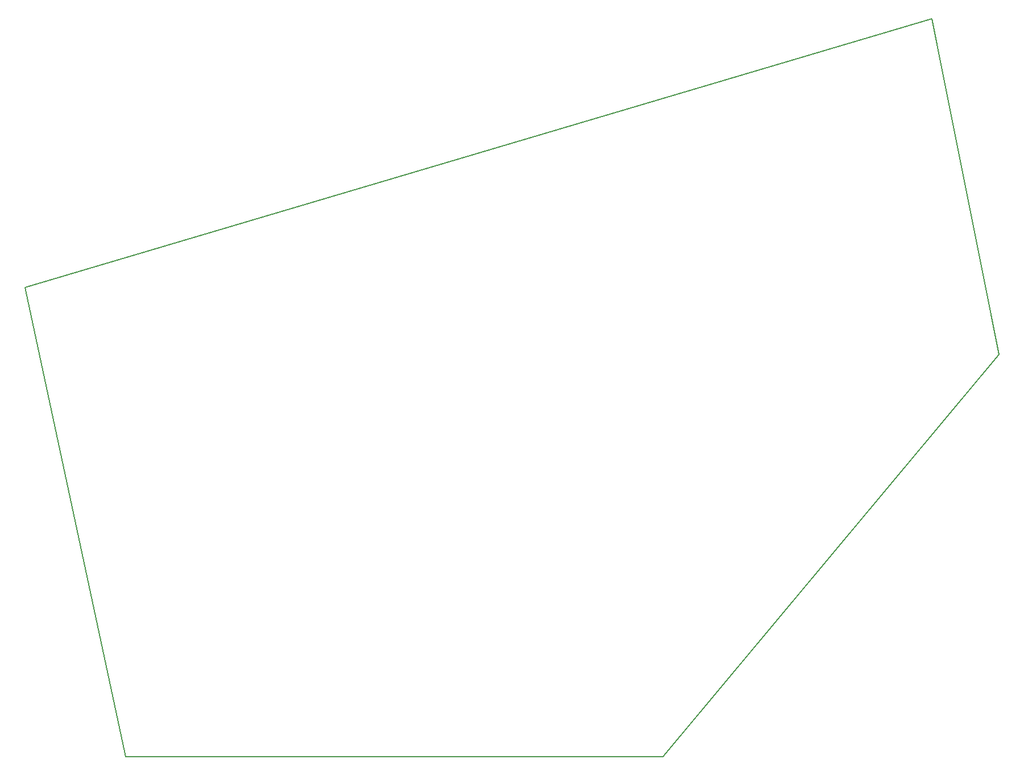
<source format=gbr>
%TF.GenerationSoftware,KiCad,Pcbnew,9.0.7*%
%TF.CreationDate,2026-01-22T08:28:16-05:00*%
%TF.ProjectId,ProtosuitDevBoard,50726f74-6f73-4756-9974-446576426f61,rev?*%
%TF.SameCoordinates,Original*%
%TF.FileFunction,Profile,NP*%
%FSLAX46Y46*%
G04 Gerber Fmt 4.6, Leading zero omitted, Abs format (unit mm)*
G04 Created by KiCad (PCBNEW 9.0.7) date 2026-01-22 08:28:16*
%MOMM*%
%LPD*%
G01*
G04 APERTURE LIST*
%TA.AperFunction,Profile*%
%ADD10C,0.200000*%
%TD*%
G04 APERTURE END LIST*
D10*
X224358135Y-85367219D02*
X174358135Y-145367219D01*
X94358135Y-145367219D01*
X79358135Y-75367219D01*
X214358135Y-35367219D01*
X224358135Y-85367219D01*
M02*

</source>
